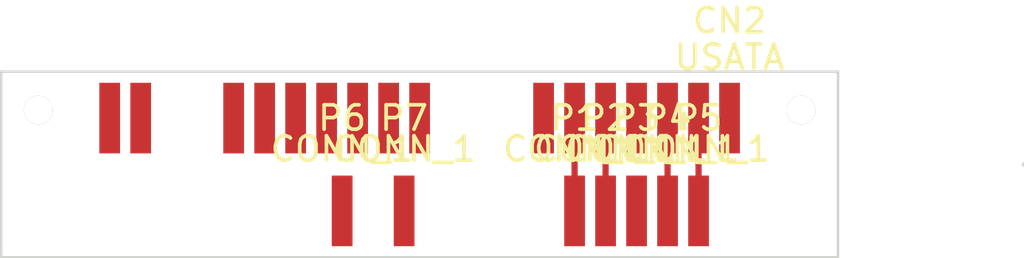
<source format=kicad_pcb>
(kicad_pcb (version 3) (host pcbnew "(2013-07-07 BZR 4022)-stable")

  (general
    (links 12)
    (no_connects 8)
    (area 168.224999 57.401 210.1875 67.805002)
    (thickness 1.6)
    (drawings 5)
    (tracks 4)
    (zones 0)
    (modules 8)
    (nets 7)
  )

  (page A3)
  (layers
    (15 F.Cu signal)
    (0 B.Cu signal)
    (16 B.Adhes user)
    (17 F.Adhes user)
    (18 B.Paste user)
    (19 F.Paste user)
    (20 B.SilkS user)
    (21 F.SilkS user)
    (22 B.Mask user)
    (23 F.Mask user)
    (24 Dwgs.User user)
    (25 Cmts.User user)
    (26 Eco1.User user)
    (27 Eco2.User user)
    (28 Edge.Cuts user)
  )

  (setup
    (last_trace_width 0.101)
    (trace_clearance 0.1)
    (zone_clearance 0.0254)
    (zone_45_only yes)
    (trace_min 0.1)
    (segment_width 0.2)
    (edge_width 0.1)
    (via_size 0.889)
    (via_drill 0.635)
    (via_min_size 0.889)
    (via_min_drill 0.508)
    (uvia_size 0.508)
    (uvia_drill 0.127)
    (uvias_allowed no)
    (uvia_min_size 0.508)
    (uvia_min_drill 0.127)
    (pcb_text_width 0.3)
    (pcb_text_size 1.5 1.5)
    (mod_edge_width 0.15)
    (mod_text_size 1 1)
    (mod_text_width 0.15)
    (pad_size 1.18 1.18)
    (pad_drill 1.18)
    (pad_to_mask_clearance 0.001)
    (solder_mask_min_width 0.001)
    (aux_axis_origin 210.185 64.135)
    (visible_elements 7FFFFFFF)
    (pcbplotparams
      (layerselection 3178497)
      (usegerberextensions true)
      (excludeedgelayer true)
      (linewidth 0.150000)
      (plotframeref false)
      (viasonmask false)
      (mode 1)
      (useauxorigin false)
      (hpglpennumber 1)
      (hpglpenspeed 20)
      (hpglpendiameter 15)
      (hpglpenoverlay 2)
      (psnegative false)
      (psa4output false)
      (plotreference true)
      (plotvalue true)
      (plotothertext true)
      (plotinvisibletext false)
      (padsonsilk false)
      (subtractmaskfromsilk false)
      (outputformat 1)
      (mirror false)
      (drillshape 1)
      (scaleselection 1)
      (outputdirectory ""))
  )

  (net 0 "")
  (net 1 /+3.3V)
  (net 2 /A+)
  (net 3 /A-)
  (net 4 /B+)
  (net 5 /B-)
  (net 6 /GND)

  (net_class Default "This is the default net class."
    (clearance 0.1)
    (trace_width 0.101)
    (via_dia 0.889)
    (via_drill 0.635)
    (uvia_dia 0.508)
    (uvia_drill 0.127)
    (add_net "")
    (add_net /+3.3V)
    (add_net /A+)
    (add_net /A-)
    (add_net /B+)
    (add_net /B-)
    (add_net /GND)
  )

  (module uSATA (layer F.Cu) (tedit 544651EA) (tstamp 54466208)
    (at 198.12 62.23)
    (path /53E0E90C)
    (fp_text reference CN2 (at 0 -4) (layer F.SilkS)
      (effects (font (size 1 1) (thickness 0.15)))
    )
    (fp_text value USATA (at 0 -2.5) (layer F.SilkS)
      (effects (font (size 1 1) (thickness 0.15)))
    )
    (pad 1 smd rect (at 0 0) (size 0.85 2.9)
      (layers F.Cu F.Paste F.Mask)
      (net 6 /GND)
      (zone_connect 0)
    )
    (pad 2 smd rect (at -1.27 0) (size 0.85 2.9)
      (layers F.Cu F.Paste F.Mask)
      (net 2 /A+)
    )
    (pad 3 smd rect (at -2.54 0) (size 0.85 2.9)
      (layers F.Cu F.Paste F.Mask)
      (net 3 /A-)
    )
    (pad 4 smd rect (at -3.81 0) (size 0.85 2.9)
      (layers F.Cu F.Paste F.Mask)
      (net 6 /GND)
    )
    (pad 5 smd rect (at -5.08 0) (size 0.85 2.9)
      (layers F.Cu F.Paste F.Mask)
      (net 5 /B-)
    )
    (pad 6 smd rect (at -6.35 0) (size 0.85 2.9)
      (layers F.Cu F.Paste F.Mask)
      (net 4 /B+)
    )
    (pad 7 smd rect (at -7.62 0) (size 0.85 2.9)
      (layers F.Cu F.Paste F.Mask)
      (net 6 /GND)
    )
    (pad "" thru_hole circle (at 2.925 -0.33) (size 1.18 1.18) (drill 1.18)
      (layers *.Cu *.Mask F.SilkS)
    )
    (pad 8 smd rect (at -12.7 0) (size 0.85 2.9)
      (layers F.Cu F.Paste F.Mask)
      (net 1 /+3.3V)
    )
    (pad 9 smd rect (at -13.97 0) (size 0.85 2.9)
      (layers F.Cu F.Paste F.Mask)
      (net 1 /+3.3V)
    )
    (pad 10 smd rect (at -15.24 0) (size 0.85 2.9)
      (layers F.Cu F.Paste F.Mask)
      (net 6 /GND)
    )
    (pad 11 smd rect (at -16.51 0) (size 0.85 2.9)
      (layers F.Cu F.Paste F.Mask)
      (net 6 /GND)
    )
    (pad 12 smd rect (at -17.78 0) (size 0.85 2.9)
      (layers F.Cu F.Paste F.Mask)
    )
    (pad 13 smd rect (at -19.05 0) (size 0.85 2.9)
      (layers F.Cu F.Paste F.Mask)
    )
    (pad 14 smd rect (at -20.32 0) (size 0.85 2.9)
      (layers F.Cu F.Paste F.Mask)
    )
    (pad 15 smd rect (at -24.13 0) (size 0.85 2.9)
      (layers F.Cu F.Paste F.Mask)
    )
    (pad 16 smd rect (at -25.4 0) (size 0.85 2.9)
      (layers F.Cu F.Paste F.Mask)
    )
    (pad "" thru_hole circle (at -28.325 -0.33) (size 1.18 1.18) (drill 1.18)
      (layers *.Cu *.Mask F.SilkS)
    )
  )

  (module smd_usata (layer F.Cu) (tedit 5446484C) (tstamp 5446620D)
    (at 191.77 66.04)
    (path /54462EF2)
    (fp_text reference P1 (at 0 -3.81) (layer F.SilkS)
      (effects (font (size 1 1) (thickness 0.15)))
    )
    (fp_text value CONN_1 (at 0 -2.54) (layer F.SilkS)
      (effects (font (size 1 1) (thickness 0.15)))
    )
    (pad 1 smd rect (at 0 0) (size 0.85 2.9)
      (layers F.Cu F.Paste F.Mask)
      (net 4 /B+)
    )
  )

  (module smd_usata (layer F.Cu) (tedit 5446484C) (tstamp 54466212)
    (at 193.04 66.04)
    (path /54462F8B)
    (fp_text reference P2 (at 0 -3.81) (layer F.SilkS)
      (effects (font (size 1 1) (thickness 0.15)))
    )
    (fp_text value CONN_1 (at 0 -2.54) (layer F.SilkS)
      (effects (font (size 1 1) (thickness 0.15)))
    )
    (pad 1 smd rect (at 0 0) (size 0.85 2.9)
      (layers F.Cu F.Paste F.Mask)
      (net 5 /B-)
    )
  )

  (module smd_usata (layer F.Cu) (tedit 5446484C) (tstamp 54466217)
    (at 194.31 66.04)
    (path /54462F91)
    (fp_text reference P3 (at 0 -3.81) (layer F.SilkS)
      (effects (font (size 1 1) (thickness 0.15)))
    )
    (fp_text value CONN_1 (at 0 -2.54) (layer F.SilkS)
      (effects (font (size 1 1) (thickness 0.15)))
    )
    (pad 1 smd rect (at 0 0) (size 0.85 2.9)
      (layers F.Cu F.Paste F.Mask)
      (net 6 /GND)
    )
  )

  (module smd_usata (layer F.Cu) (tedit 5446484C) (tstamp 5446621C)
    (at 195.58 66.04)
    (path /54462F97)
    (fp_text reference P4 (at 0 -3.81) (layer F.SilkS)
      (effects (font (size 1 1) (thickness 0.15)))
    )
    (fp_text value CONN_1 (at 0 -2.54) (layer F.SilkS)
      (effects (font (size 1 1) (thickness 0.15)))
    )
    (pad 1 smd rect (at 0 0) (size 0.85 2.9)
      (layers F.Cu F.Paste F.Mask)
      (net 3 /A-)
    )
  )

  (module smd_usata (layer F.Cu) (tedit 5446484C) (tstamp 54466221)
    (at 196.85 66.04)
    (path /54462F9D)
    (fp_text reference P5 (at 0 -3.81) (layer F.SilkS)
      (effects (font (size 1 1) (thickness 0.15)))
    )
    (fp_text value CONN_1 (at 0 -2.54) (layer F.SilkS)
      (effects (font (size 1 1) (thickness 0.15)))
    )
    (pad 1 smd rect (at 0 0) (size 0.85 2.9)
      (layers F.Cu F.Paste F.Mask)
      (net 2 /A+)
    )
  )

  (module smd_usata (layer F.Cu) (tedit 5446484C) (tstamp 54466226)
    (at 182.245 66.04)
    (path /54462FA3)
    (fp_text reference P6 (at 0 -3.81) (layer F.SilkS)
      (effects (font (size 1 1) (thickness 0.15)))
    )
    (fp_text value CONN_1 (at 0 -2.54) (layer F.SilkS)
      (effects (font (size 1 1) (thickness 0.15)))
    )
    (pad 1 smd rect (at 0 0) (size 0.85 2.9)
      (layers F.Cu F.Paste F.Mask)
      (net 6 /GND)
    )
  )

  (module smd_usata (layer F.Cu) (tedit 5446484C) (tstamp 5446622B)
    (at 184.785 66.04)
    (path /54462FA9)
    (fp_text reference P7 (at 0 -3.81) (layer F.SilkS)
      (effects (font (size 1 1) (thickness 0.15)))
    )
    (fp_text value CONN_1 (at 0 -2.54) (layer F.SilkS)
      (effects (font (size 1 1) (thickness 0.15)))
    )
    (pad 1 smd rect (at 0 0) (size 0.85 2.9)
      (layers F.Cu F.Paste F.Mask)
      (net 1 /+3.3V)
    )
  )

  (gr_line (start 202.565 67.945) (end 202.565 60.325) (angle 90) (layer Edge.Cuts) (width 0.1))
  (gr_line (start 168.275 67.945) (end 202.565 67.945) (angle 90) (layer Edge.Cuts) (width 0.1))
  (gr_line (start 168.275 60.325) (end 168.275 67.945) (angle 90) (layer Edge.Cuts) (width 0.1))
  (gr_line (start 202.565 60.325) (end 168.275 60.325) (angle 90) (layer Edge.Cuts) (width 0.1))
  (target plus (at 210.185 64.135) (size 0.005) (width 0.1) (layer Edge.Cuts))

  (segment (start 196.85 66.04) (end 196.85 62.23) (width 0.254) (layer F.Cu) (net 2))
  (segment (start 195.58 66.04) (end 195.58 62.23) (width 0.254) (layer F.Cu) (net 3))
  (segment (start 191.77 66.04) (end 191.77 62.23) (width 0.254) (layer F.Cu) (net 4))
  (segment (start 193.04 66.04) (end 193.04 62.23) (width 0.254) (layer F.Cu) (net 5))

)

</source>
